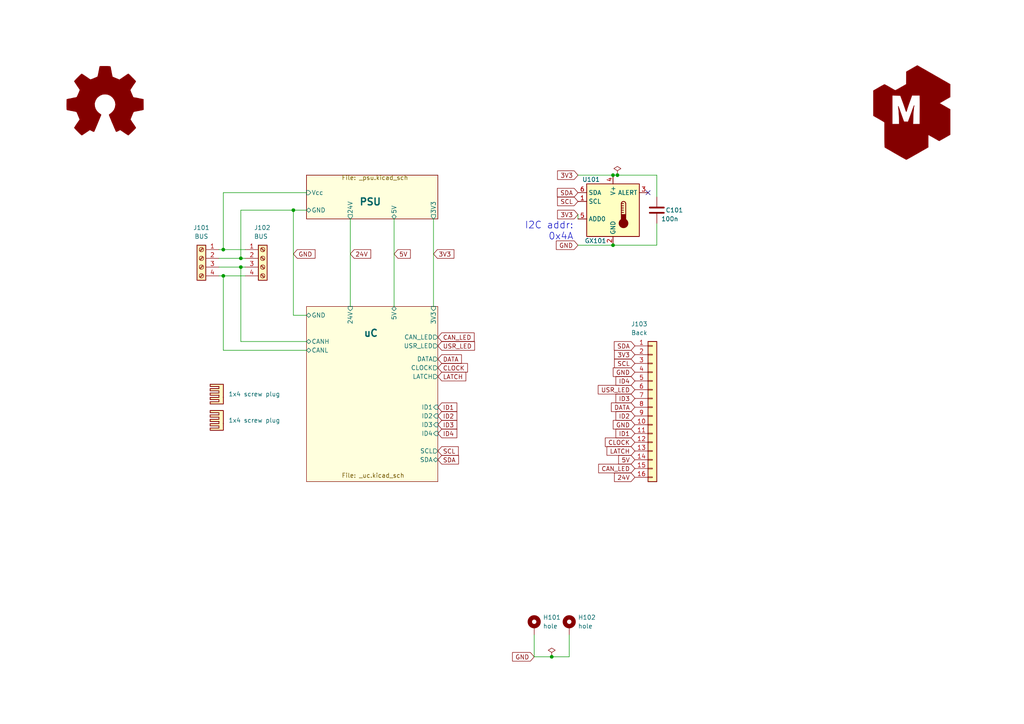
<source format=kicad_sch>
(kicad_sch (version 20211123) (generator eeschema)
  (paper "A4")
  (title_block (title "WormControl-Input32-ControlBoard") (date "2026-02-12") (rev "0.1") (company "makerspace.lt"))
  (lib_symbols
    (symbol "-local:LOGO_KMS" (pin_names (offset 1.016))
      (symbol "LOGO_KMS_0_0"
        (polyline (pts (xy 0.0117 -14.5438) (xy 0.1815 -14.4596) (xy 0.4733 -14.3044) (xy 0.8715 -14.0867) (xy 1.3602 -13.8153) (xy 1.924 -13.4987) (xy 2.5471 -13.1457) (xy 3.2139 -12.765) (xy 6.35 -10.9673) (xy 6.35 -9.1666) (xy 6.3501 -8.9706) (xy 6.3525 -8.4585) (xy 6.3574 -8.0174) (xy 6.3642 -7.6719) (xy 6.3725 -7.4466) (xy 6.382 -7.366) (xy 6.3931 -7.3705) (xy 6.5163 -7.4356) (xy 6.7572 -7.5687) (xy 7.0937 -7.7574) (xy 7.504 -7.9893) (xy 7.966 -8.2524) (xy 9.518 -9.1387) (xy 9.8784 -8.9373) (xy 9.9805 -8.8799) (xy 10.249 -8.728) (xy 10.6096 -8.5232) (xy 11.0278 -8.2852) (xy 11.4694 -8.0335) (xy 12.7 -7.331) (xy 12.7 0.0494) (xy 11.176 0.9196) (xy 11.0418 0.9963) (xy 10.5993 1.2512) (xy 10.2174 1.4738) (xy 9.9177 1.6515) (xy 9.722 1.7712) (xy 9.652 1.8203) (xy 9.6578 1.8264) (xy 9.7659 1.8969) (xy 9.9934 2.0344) (xy 10.3187 2.2262) (xy 10.7201 2.4593) (xy 11.176 2.721) (xy 12.7 3.5912) (xy 12.7 7.3263) (xy 8.3185 9.8382) (xy 7.6069 10.2461) (xy 6.8355 10.688) (xy 6.1113 11.1028) (xy 5.4483 11.4824) (xy 4.8609 11.8184) (xy 4.3634 12.1028) (xy 3.9699 12.3275) (xy 3.6948 12.4842) (xy 3.5523 12.5649) (xy 3.1677 12.7795) (xy 1.5789 11.8716) (xy -0.0098 10.9637) (xy -0.0424 7.3239) (xy -1.6087 6.4227) (xy -1.8975 6.2571) (xy -2.3649 5.9936) (xy -2.7164 5.8043) (xy -2.9709 5.68) (xy -3.1477 5.612) (xy -3.2658 5.5912) (xy -3.3444 5.6086) (xy -3.4618 5.6732) (xy -3.7025 5.8093) (xy -4.0377 6.0007) (xy -4.4409 6.2321) (xy -4.8855 6.4885) (xy -5.3221 6.7382) (xy -5.7113 6.9558) (xy -6.0282 7.1278) (xy -6.2482 7.2407) (xy -6.3467 7.2813) (xy -6.3645 7.2764) (xy -6.5062 7.2095) (xy -6.7636 7.0739) (xy -7.1139 6.8821) (xy -7.5342 6.6465) (xy -8.0018 6.3795) (xy -9.5674 5.4776) (xy -9.5674 4.0688) (xy -4.064 4.0688) (xy -1.7516 4.0216) (xy -1.1718 2.4553) (xy -1 1.9865) (xy -0.7964 1.4201) (xy -0.6059 0.8796) (xy -0.4442 0.409) (xy -0.3266 0.0527) (xy -0.2179 -0.2807) (xy -0.1159 -0.5429) (xy -0.0353 -0.6449) (xy 0.0378 -0.5883) (xy 0.1173 -0.3745) (xy 0.217 -0.005) (xy 0.2461 0.1011) (xy 0.3452 0.4246) (xy 0.4827 0.8444) (xy 0.6445 1.3178) (xy 0.8165 1.8022) (xy 0.8988 2.0297) (xy 1.0719 2.5096) (xy 1.232 2.9552) (xy 1.3642 3.325) (xy 1.4536 3.5771) (xy 1.6242 4.064) (xy 3.88 4.064) (xy 3.9085 3.0691) (xy 3.9135 2.811) (xy 3.9177 2.3699) (xy 3.9198 1.8095) (xy 3.9199 1.1571) (xy 3.9179 0.44) (xy 3.9139 -0.3146) (xy 3.908 -1.0795) (xy 3.879 -4.2334) (xy 1.9224 -4.2334) (xy 1.9748 -2.4342) (xy 1.9947 -1.8396) (xy 2.0364 -0.9704) (xy 2.0906 -0.2293) (xy 2.1593 0.4093) (xy 2.2446 0.971) (xy 2.262 1.0904) (xy 2.2529 1.171) (xy 2.1976 1.1001) (xy 2.0991 0.8842) (xy 1.9605 0.5295) (xy 1.7849 0.0423) (xy 1.7468 -0.0664) (xy 1.5718 -0.5599) (xy 1.3664 -1.1332) (xy 1.1532 -1.7235) (xy 0.9546 -2.2683) (xy 0.4799 -3.5629) (xy -0.1138 -3.5383) (xy -0.7074 -3.5137) (xy -0.9586 -2.8364) (xy -0.9612 -2.8292) (xy -1.0706 -2.529) (xy -1.2213 -2.1084) (xy -1.3998 -1.6058) (xy -1.5924 -1.0595) (xy -1.7856 -0.508) (xy -1.8442 -0.3408) (xy -2.0095 0.1196) (xy -2.1523 0.5018) (xy -2.2647 0.7852) (xy -2.3386 0.9493) (xy -2.3659 0.9736) (xy -2.3657 0.9477) (xy -2.3538 0.7623) (xy -2.3275 0.455) (xy -2.29 0.0619) (xy -2.2445 -0.381) (xy -2.2379 -0.4446) (xy -2.1912 -1.0068) (xy -2.1531 -1.6534) (xy -2.1273 -2.3095) (xy -2.1176 -2.8999) (xy -2.1167 -4.2334) (xy -4.064 -4.2334) (xy -4.064 4.0688) (xy -9.5674 4.0688) (xy -9.5674 -1.8386) (xy -8.1915 -2.6257) (xy -7.7716 -2.8672) (xy -7.3526 -3.111) (xy -6.9963 -3.3211) (xy -6.7308 -3.4809) (xy -6.5844 -3.5738) (xy -6.353 -3.7348) (xy -6.3529 -7.3454) (xy -6.3527 -7.7944) (xy -6.3506 -8.6376) (xy -6.346 -9.3299) (xy -6.3386 -9.8839) (xy -6.3279 -10.3121) (xy -6.3136 -10.6272) (xy -6.2954 -10.8417) (xy -6.2729 -10.9682) (xy -6.2456 -11.0192) (xy -6.2238 -11.0319) (xy -6.0739 -11.1186) (xy -5.8 -11.2769) (xy -5.4182 -11.4974) (xy -4.9445 -11.7709) (xy -4.3949 -12.0881) (xy -3.7856 -12.4397) (xy -3.1327 -12.8164) (xy -2.8568 -12.9754) (xy -2.2209 -13.34) (xy -1.6355 -13.6733) (xy -1.1165 -13.9663) (xy -0.6799 -14.2101) (xy -0.3417 -14.3958) (xy -0.1179 -14.5142) (xy -0.0246 -14.5566) (xy 0.0117 -14.5438)) (stroke (width 0.01)) (fill (type outline)))
      )
    )
    (symbol "Connector:Screw_Terminal_01x04" (pin_names (offset 1.016) hide)
      (property "Reference" "J" (at 0 5.08 0))
      (property "Value" "Screw_Terminal_01x04" (at 0 -7.62 0))
      (symbol "Screw_Terminal_01x04_1_1"
        (rectangle (start -1.27 3.81) (end 1.27 -6.35) (stroke (width 0.254)) (fill (type background)))
        (circle (center 0 -5.08) (radius 0.635) (stroke (width 0.1524)))
        (circle (center 0 -2.54) (radius 0.635) (stroke (width 0.1524)))
        (polyline (pts (xy -0.5334 -4.7498) (xy 0.3302 -5.588)) (stroke (width 0.1524)))
        (polyline (pts (xy -0.5334 -2.2098) (xy 0.3302 -3.048)) (stroke (width 0.1524)))
        (polyline (pts (xy -0.5334 0.3302) (xy 0.3302 -0.508)) (stroke (width 0.1524)))
        (polyline (pts (xy -0.5334 2.8702) (xy 0.3302 2.032)) (stroke (width 0.1524)))
        (polyline (pts (xy -0.3556 -4.572) (xy 0.508 -5.4102)) (stroke (width 0.1524)))
        (polyline (pts (xy -0.3556 -2.032) (xy 0.508 -2.8702)) (stroke (width 0.1524)))
        (polyline (pts (xy -0.3556 0.508) (xy 0.508 -0.3302)) (stroke (width 0.1524)))
        (polyline (pts (xy -0.3556 3.048) (xy 0.508 2.2098)) (stroke (width 0.1524)))
        (circle (center 0 0) (radius 0.635) (stroke (width 0.1524)))
        (circle (center 0 2.54) (radius 0.635) (stroke (width 0.1524)))
        (pin passive line (at -5.08 2.54 0) (length 3.81) (name "Pin_1") (number "1"))
        (pin passive line (at -5.08 0 0) (length 3.81) (name "Pin_2") (number "2"))
        (pin passive line (at -5.08 -2.54 0) (length 3.81) (name "Pin_3") (number "3"))
        (pin passive line (at -5.08 -5.08 0) (length 3.81) (name "Pin_4") (number "4"))
      )
    )
    (symbol "Connector_Generic:Conn_01x16" (pin_names (offset 1.016) hide)
      (property "Reference" "J" (at 0 20.32 0))
      (property "Value" "Conn_01x16" (at 0 -22.86 0))
      (symbol "Conn_01x16_1_1"
        (rectangle (start -1.27 -20.193) (end 0 -20.447) (stroke (width 0.1524)))
        (rectangle (start -1.27 -17.653) (end 0 -17.907) (stroke (width 0.1524)))
        (rectangle (start -1.27 -15.113) (end 0 -15.367) (stroke (width 0.1524)))
        (rectangle (start -1.27 -12.573) (end 0 -12.827) (stroke (width 0.1524)))
        (rectangle (start -1.27 -10.033) (end 0 -10.287) (stroke (width 0.1524)))
        (rectangle (start -1.27 -7.493) (end 0 -7.747) (stroke (width 0.1524)))
        (rectangle (start -1.27 -4.953) (end 0 -5.207) (stroke (width 0.1524)))
        (rectangle (start -1.27 -2.413) (end 0 -2.667) (stroke (width 0.1524)))
        (rectangle (start -1.27 0.127) (end 0 -0.127) (stroke (width 0.1524)))
        (rectangle (start -1.27 2.667) (end 0 2.413) (stroke (width 0.1524)))
        (rectangle (start -1.27 5.207) (end 0 4.953) (stroke (width 0.1524)))
        (rectangle (start -1.27 7.747) (end 0 7.493) (stroke (width 0.1524)))
        (rectangle (start -1.27 10.287) (end 0 10.033) (stroke (width 0.1524)))
        (rectangle (start -1.27 12.827) (end 0 12.573) (stroke (width 0.1524)))
        (rectangle (start -1.27 15.367) (end 0 15.113) (stroke (width 0.1524)))
        (rectangle (start -1.27 17.907) (end 0 17.653) (stroke (width 0.1524)))
        (rectangle (start -1.27 19.05) (end 1.27 -21.59) (stroke (width 0.254)) (fill (type background)))
        (pin passive line (at -5.08 17.78 0) (length 3.81) (name "Pin_1") (number "1"))
        (pin passive line (at -5.08 -5.08 0) (length 3.81) (name "Pin_10") (number "10"))
        (pin passive line (at -5.08 -7.62 0) (length 3.81) (name "Pin_11") (number "11"))
        (pin passive line (at -5.08 -10.16 0) (length 3.81) (name "Pin_12") (number "12"))
        (pin passive line (at -5.08 -12.7 0) (length 3.81) (name "Pin_13") (number "13"))
        (pin passive line (at -5.08 -15.24 0) (length 3.81) (name "Pin_14") (number "14"))
        (pin passive line (at -5.08 -17.78 0) (length 3.81) (name "Pin_15") (number "15"))
        (pin passive line (at -5.08 -20.32 0) (length 3.81) (name "Pin_16") (number "16"))
        (pin passive line (at -5.08 15.24 0) (length 3.81) (name "Pin_2") (number "2"))
        (pin passive line (at -5.08 12.7 0) (length 3.81) (name "Pin_3") (number "3"))
        (pin passive line (at -5.08 10.16 0) (length 3.81) (name "Pin_4") (number "4"))
        (pin passive line (at -5.08 7.62 0) (length 3.81) (name "Pin_5") (number "5"))
        (pin passive line (at -5.08 5.08 0) (length 3.81) (name "Pin_6") (number "6"))
        (pin passive line (at -5.08 2.54 0) (length 3.81) (name "Pin_7") (number "7"))
        (pin passive line (at -5.08 0 0) (length 3.81) (name "Pin_8") (number "8"))
        (pin passive line (at -5.08 -2.54 0) (length 3.81) (name "Pin_9") (number "9"))
      )
    )
    (symbol "Device:C" (pin_numbers hide) (pin_names (offset 0.254))
      (property "Reference" "C" (at 0.635 2.54 0))
      (property "Value" "C" (at 0.635 -2.54 0))
      (symbol "C_0_1"
        (polyline (pts (xy -2.032 -0.762) (xy 2.032 -0.762)) (stroke (width 0.508)))
        (polyline (pts (xy -2.032 0.762) (xy 2.032 0.762)) (stroke (width 0.508)))
      )
      (symbol "C_1_1"
        (pin passive line (at 0 3.81 270) (length 2.794) (name "~") (number "1"))
        (pin passive line (at 0 -3.81 90) (length 2.794) (name "~") (number "2"))
      )
    )
    (symbol "Graphic:Logo_Open_Hardware_Large" (pin_names (offset 1.016))
      (symbol "Logo_Open_Hardware_Large_1_1"
        (polyline (pts (xy 6.731 -8.7122) (xy 6.6294 -8.6614) (xy 6.35 -8.4836) (xy 5.9944 -8.255) (xy 5.5372 -7.9502) (xy 5.1054 -7.6454) (xy 4.7498 -7.4168) (xy 4.4958 -7.239) (xy 4.3942 -7.1882) (xy 4.318 -7.2136) (xy 4.1148 -7.3152) (xy 3.81 -7.4676) (xy 3.6322 -7.5692) (xy 3.3528 -7.6708) (xy 3.2258 -7.6962) (xy 3.2004 -7.6708) (xy 3.0988 -7.4676) (xy 2.9464 -7.0866) (xy 2.7178 -6.604) (xy 2.4892 -6.0452) (xy 2.2352 -5.4356) (xy 1.9558 -4.826) (xy 1.7272 -4.2164) (xy 1.4986 -3.683) (xy 1.3208 -3.2512) (xy 1.2192 -2.9464) (xy 1.1684 -2.8194) (xy 1.1938 -2.794) (xy 1.3208 -2.667) (xy 1.5748 -2.4892) (xy 2.0828 -2.0574) (xy 2.6162 -1.397) (xy 2.921 -0.6604) (xy 3.048 0.1524) (xy 2.9464 0.9144) (xy 2.6416 1.6256) (xy 2.1336 2.286) (xy 1.524 2.7686) (xy 0.8128 3.0734) (xy 0 3.175) (xy -0.762 3.0988) (xy -1.4986 2.794) (xy -2.159 2.286) (xy -2.4384 1.9812) (xy -2.8194 1.3208) (xy -3.048 0.6096) (xy -3.0734 0.4318) (xy -3.0226 -0.3556) (xy -2.794 -1.0922) (xy -2.3876 -1.7526) (xy -1.8288 -2.3114) (xy -1.7526 -2.3622) (xy -1.4732 -2.5654) (xy -1.2954 -2.6924) (xy -1.1684 -2.8194) (xy -2.159 -5.207) (xy -2.3114 -5.588) (xy -2.5908 -6.2484) (xy -2.8194 -6.8072) (xy -3.0226 -7.2644) (xy -3.1496 -7.5692) (xy -3.2258 -7.6708) (xy -3.2258 -7.6962) (xy -3.302 -7.6962) (xy -3.4798 -7.6454) (xy -3.8354 -7.4676) (xy -4.0386 -7.366) (xy -4.2926 -7.239) (xy -4.4196 -7.1882) (xy -4.5212 -7.239) (xy -4.7498 -7.3914) (xy -5.1054 -7.6454) (xy -5.5372 -7.9248) (xy -5.9436 -8.2042) (xy -6.3246 -8.4582) (xy -6.604 -8.636) (xy -6.731 -8.7122) (xy -6.7564 -8.7122) (xy -6.858 -8.636) (xy -7.0866 -8.4582) (xy -7.4168 -8.1534) (xy -7.874 -7.6962) (xy -7.9502 -7.62) (xy -8.3312 -7.239) (xy -8.636 -6.9088) (xy -8.8392 -6.6802) (xy -8.9154 -6.5786) (xy -8.9154 -6.5786) (xy -8.8392 -6.4516) (xy -8.6614 -6.1722) (xy -8.4328 -5.7912) (xy -8.128 -5.3594) (xy -7.3152 -4.191) (xy -7.7724 -3.0988) (xy -7.8994 -2.7686) (xy -8.0772 -2.3622) (xy -8.2042 -2.0828) (xy -8.255 -1.9558) (xy -8.382 -1.905) (xy -8.6614 -1.8542) (xy -9.0932 -1.7526) (xy -9.6266 -1.651) (xy -10.1092 -1.5748) (xy -10.541 -1.4732) (xy -10.8712 -1.4224) (xy -11.0236 -1.397) (xy -11.049 -1.3716) (xy -11.0744 -1.2954) (xy -11.0998 -1.143) (xy -11.0998 -0.889) (xy -11.1252 -0.4572) (xy -11.1252 0.1524) (xy -11.1252 0.2286) (xy -11.0998 0.8128) (xy -11.0998 1.27) (xy -11.0744 1.5494) (xy -11.0744 1.6764) (xy -11.0744 1.6764) (xy -10.922 1.7018) (xy -10.6172 1.778) (xy -10.16 1.8542) (xy -9.652 1.9558) (xy -9.6012 1.9812) (xy -9.0932 2.0828) (xy -8.636 2.159) (xy -8.3312 2.2352) (xy -8.2042 2.286) (xy -8.1788 2.3114) (xy -8.0772 2.5146) (xy -7.9248 2.8448) (xy -7.747 3.2512) (xy -7.5692 3.6576) (xy -7.4168 4.0386) (xy -7.3152 4.318) (xy -7.2898 4.445) (xy -7.2898 4.445) (xy -7.366 4.572) (xy -7.5438 4.826) (xy -7.7978 5.207) (xy -8.128 5.6642) (xy -8.128 5.6896) (xy -8.4328 6.1468) (xy -8.6868 6.5278) (xy -8.8392 6.7818) (xy -8.9154 6.9088) (xy -8.9154 6.9088) (xy -8.8138 7.0358) (xy -8.5852 7.2898) (xy -8.255 7.6454) (xy -7.874 8.0264) (xy -7.747 8.1534) (xy -7.3152 8.5852) (xy -7.0104 8.8646) (xy -6.8326 8.9916) (xy -6.731 9.0424) (xy -6.731 9.0424) (xy -6.604 8.9408) (xy -6.3246 8.763) (xy -5.9436 8.509) (xy -5.4864 8.2042) (xy -5.461 8.1788) (xy -5.0038 7.874) (xy -4.6482 7.62) (xy -4.3688 7.4422) (xy -4.2672 7.3914) (xy -4.2418 7.3914) (xy -4.064 7.4422) (xy -3.7338 7.5438) (xy -3.3528 7.6962) (xy -2.9464 7.874) (xy -2.5654 8.0264) (xy -2.286 8.1534) (xy -2.159 8.2296) (xy -2.159 8.2296) (xy -2.1082 8.382) (xy -2.032 8.7122) (xy -1.9304 9.1694) (xy -1.8288 9.7282) (xy -1.8034 9.8044) (xy -1.7018 10.3378) (xy -1.6256 10.7696) (xy -1.5748 11.0744) (xy -1.524 11.2014) (xy -1.4478 11.2268) (xy -1.1938 11.2522) (xy -0.8128 11.2522) (xy -0.3302 11.2522) (xy 0.1524 11.2522) (xy 0.6604 11.2522) (xy 1.0668 11.2268) (xy 1.3716 11.2014) (xy 1.4986 11.176) (xy 1.4986 11.176) (xy 1.5494 11.0236) (xy 1.6256 10.6934) (xy 1.7018 10.2108) (xy 1.8288 9.6774) (xy 1.8288 9.5758) (xy 1.9304 9.0424) (xy 2.032 8.6106) (xy 2.0828 8.3058) (xy 2.1336 8.2042) (xy 2.159 8.1788) (xy 2.3876 8.0772) (xy 2.7432 7.9248) (xy 3.175 7.747) (xy 4.191 7.3406) (xy 5.461 8.2042) (xy 5.5626 8.2804) (xy 6.0198 8.5852) (xy 6.3754 8.8392) (xy 6.6294 8.9916) (xy 6.7564 9.0424) (xy 6.7564 9.0424) (xy 6.8834 8.9408) (xy 7.1374 8.7122) (xy 7.4676 8.382) (xy 7.8486 7.9756) (xy 8.1534 7.6962) (xy 8.4836 7.3406) (xy 8.7122 7.112) (xy 8.8392 6.9596) (xy 8.8646 6.858) (xy 8.8646 6.8072) (xy 8.7884 6.6802) (xy 8.6106 6.4008) (xy 8.3312 6.0198) (xy 8.0264 5.588) (xy 7.7978 5.207) (xy 7.5184 4.8006) (xy 7.3406 4.4958) (xy 7.2898 4.3434) (xy 7.2898 4.2926) (xy 7.3914 4.0386) (xy 7.5184 3.683) (xy 7.7216 3.2258) (xy 8.1534 2.2352) (xy 8.7884 2.1082) (xy 9.1948 2.0574) (xy 9.7536 1.9304) (xy 10.2616 1.8288) (xy 11.0998 1.6764) (xy 11.1252 -1.3208) (xy 10.9982 -1.3716) (xy 10.8712 -1.397) (xy 10.5664 -1.4732) (xy 10.1346 -1.5494) (xy 9.6266 -1.651) (xy 9.1948 -1.7272) (xy 8.7376 -1.8288) (xy 8.4328 -1.8796) (xy 8.2804 -1.905) (xy 8.255 -1.9558) (xy 8.1534 -2.159) (xy 7.9756 -2.5146) (xy 7.8232 -2.921) (xy 7.6454 -3.3274) (xy 7.493 -3.7338) (xy 7.366 -4.0132) (xy 7.3406 -4.191) (xy 7.3914 -4.2926) (xy 7.5692 -4.5466) (xy 7.7978 -4.9276) (xy 8.1026 -5.3594) (xy 8.4074 -5.7912) (xy 8.6614 -6.1722) (xy 8.8138 -6.4262) (xy 8.89 -6.5532) (xy 8.8646 -6.6548) (xy 8.6868 -6.858) (xy 8.3566 -7.1882) (xy 7.874 -7.6708) (xy 7.7978 -7.747) (xy 7.3914 -8.128) (xy 7.0612 -8.4328) (xy 6.8326 -8.636) (xy 6.731 -8.7122)) (fill (type outline)))
      )
    )
    (symbol "Mechanical:Heatsink" (pin_names (offset 1.016))
      (property "Reference" "HS" (at 0 5.08 0))
      (property "Value" "Heatsink" (at 0 -1.27 0))
      (symbol "Heatsink_0_1"
        (polyline (pts (xy -0.3302 1.27) (xy -0.9652 1.27) (xy -0.9652 3.81) (xy -1.6002 3.81) (xy -1.6002 1.27) (xy -2.2352 1.27) (xy -2.2352 3.81) (xy -2.8702 3.81) (xy -2.8702 0) (xy -0.9652 0)) (stroke (width 0.254)) (fill (type background)))
        (polyline (pts (xy -0.3302 1.27) (xy -0.3302 3.81) (xy 0.3048 3.81) (xy 0.3048 1.27) (xy 0.9398 1.27) (xy 0.9398 3.81) (xy 1.5748 3.81) (xy 1.5748 1.27) (xy 2.2098 1.27) (xy 2.2098 3.81) (xy 2.8448 3.81) (xy 2.8448 0) (xy -0.9652 0)) (stroke (width 0.254)) (fill (type background)))
      )
    )
    (symbol "Mechanical:MountingHole_Pad" (pin_numbers hide) (pin_names (offset 1.016) hide)
      (property "Reference" "H" (at 0 6.35 0))
      (property "Value" "MountingHole_Pad" (at 0 4.445 0))
      (symbol "MountingHole_Pad_0_1"
        (circle (center 0 1.27) (radius 1.27) (stroke (width 1.27)))
      )
      (symbol "MountingHole_Pad_1_1"
        (pin input line (at 0 -2.54 90) (length 2.54) (name "1") (number "1"))
      )
    )
    (symbol "Sensor_Temperature:TMP101"
      (property "Reference" "U" (at -2.54 10.795 0))
      (property "Value" "TMP101" (at -2.54 8.89 0))
      (symbol "TMP101_0_1"
        (rectangle (start -7.62 7.62) (end 7.62 -7.62) (stroke (width 0.254)) (fill (type background)))
      )
      (symbol "TMP101_1_1"
        (polyline (pts (xy 2.413 -0.635) (xy 3.048 -0.635)) (stroke (width 0.254)))
        (polyline (pts (xy 2.413 0) (xy 3.048 0)) (stroke (width 0.254)))
        (polyline (pts (xy 2.413 0.635) (xy 3.048 0.635)) (stroke (width 0.254)))
        (polyline (pts (xy 2.413 1.27) (xy 3.048 1.27)) (stroke (width 0.254)))
        (polyline (pts (xy 2.413 1.905) (xy 2.413 -1.27)) (stroke (width 0.254)))
        (polyline (pts (xy 2.413 1.905) (xy 3.048 1.905)) (stroke (width 0.254)))
        (polyline (pts (xy 3.683 1.905) (xy 3.683 -1.27)) (stroke (width 0.254)))
        (circle (center 3.048 -3.81) (radius 1.27) (stroke (width 0.254)) (fill (type outline)))
        (rectangle (start 3.683 -3.175) (end 2.413 -1.27) (stroke (width 0.254)) (fill (type outline)))
        (arc (start 3.683 1.905) (mid 3.048 2.54) (end 2.413 1.905) (stroke (width 0.254)))
        (pin input line (at -10.16 2.54 0) (length 2.54) (name "SCL") (number "1"))
        (pin power_in line (at 0 -10.16 90) (length 2.54) (name "GND") (number "2"))
        (pin open_collector line (at 10.16 5.08 180) (length 2.54) (name "ALERT") (number "3"))
        (pin power_in line (at 0 10.16 270) (length 2.54) (name "V+") (number "4"))
        (pin input line (at -10.16 -2.54 0) (length 2.54) (name "ADD0") (number "5"))
        (pin bidirectional line (at -10.16 5.08 0) (length 2.54) (name "SDA") (number "6"))
      )
    )
    (symbol "power:PWR_FLAG" (power) (pin_numbers hide) (pin_names (offset 0) hide)
      (property "Value" "PWR_FLAG" (at 0 3.81 0))
      (symbol "PWR_FLAG_0_0"
        (pin power_out line (at 0 0 90) (length 0) (name "pwr") (number "1"))
      )
      (symbol "PWR_FLAG_0_1"
        (polyline (pts (xy 0 0) (xy 0 1.27) (xy -1.016 1.905) (xy 0 2.54) (xy 1.016 1.905) (xy 0 1.27)))
      )
    )
  )
  (junction (at 177.8 50.8))
  (junction (at 85.09 60.96))
  (junction (at 69.85 77.47))
  (junction (at 64.77 80.01))
  (junction (at 179.07 50.8))
  (junction (at 69.85 74.93))
  (junction (at 177.8 71.12))
  (junction (at 64.77 72.39))
  (junction (at 160.02 190.5))
  (no_connect (at 187.96 55.88))
  (wire (pts (xy 101.6 63.5) (xy 101.6 88.9)))
  (wire (pts (xy 69.85 74.93) (xy 63.5 74.93)))
  (wire (pts (xy 114.3 63.5) (xy 114.3 88.9)))
  (wire (pts (xy 88.9 101.6) (xy 64.77 101.6)))
  (wire (pts (xy 160.02 190.5) (xy 154.94 190.5)))
  (wire (pts (xy 71.12 74.93) (xy 69.85 74.93)))
  (wire (pts (xy 167.64 62.23) (xy 167.64 63.5)))
  (wire (pts (xy 88.9 99.06) (xy 69.85 99.06)))
  (wire (pts (xy 69.85 77.47) (xy 63.5 77.47)))
  (wire (pts (xy 69.85 60.96) (xy 69.85 74.93)))
  (wire (pts (xy 88.9 55.88) (xy 64.77 55.88)))
  (wire (pts (xy 165.1 184.15) (xy 165.1 190.5)))
  (wire (pts (xy 64.77 72.39) (xy 63.5 72.39)))
  (wire (pts (xy 64.77 80.01) (xy 63.5 80.01)))
  (wire (pts (xy 179.07 50.8) (xy 177.8 50.8)))
  (wire (pts (xy 85.09 60.96) (xy 69.85 60.96)))
  (wire (pts (xy 154.94 190.5) (xy 154.94 184.15)))
  (wire (pts (xy 64.77 55.88) (xy 64.77 72.39)))
  (wire (pts (xy 190.5 57.15) (xy 190.5 50.8)))
  (wire (pts (xy 160.02 190.5) (xy 165.1 190.5)))
  (wire (pts (xy 71.12 80.01) (xy 64.77 80.01)))
  (wire (pts (xy 190.5 50.8) (xy 179.07 50.8)))
  (wire (pts (xy 85.09 60.96) (xy 85.09 91.44)))
  (wire (pts (xy 71.12 72.39) (xy 64.77 72.39)))
  (wire (pts (xy 190.5 64.77) (xy 190.5 71.12)))
  (wire (pts (xy 177.8 71.12) (xy 167.64 71.12)))
  (wire (pts (xy 69.85 99.06) (xy 69.85 77.47)))
  (wire (pts (xy 167.64 50.8) (xy 177.8 50.8)))
  (wire (pts (xy 88.9 60.96) (xy 85.09 60.96)))
  (wire (pts (xy 88.9 91.44) (xy 85.09 91.44)))
  (wire (pts (xy 125.73 63.5) (xy 125.73 88.9)))
  (wire (pts (xy 190.5 71.12) (xy 177.8 71.12)))
  (wire (pts (xy 64.77 101.6) (xy 64.77 80.01)))
  (wire (pts (xy 71.12 77.47) (xy 69.85 77.47)))
  (text "I2C addr:\n0x4A" (at 166.37 69.85 180) (effects (font (size 2 2)) (justify right bottom)))
  (global_label "GND" (shape input) (at 167.64 71.12 180) (property "Intersheet References" "${INTERSHEET_REFS}" (effects hide)))
  (global_label "CLOCK" (shape input) (at 127 106.68 0) (property "Intersheet References" "${INTERSHEET_REFS}" (effects hide)))
  (global_label "CLOCK" (shape input) (at 184.15 128.27 180) (property "Intersheet References" "${INTERSHEET_REFS}" (effects hide)))
  (global_label "DATA" (shape input) (at 184.15 118.11 180) (property "Intersheet References" "${INTERSHEET_REFS}" (effects hide)))
  (global_label "SCL" (shape input) (at 184.15 105.41 180) (property "Intersheet References" "${INTERSHEET_REFS}" (effects hide)))
  (global_label "CAN_LED" (shape input) (at 127 97.79 0) (property "Intersheet References" "${INTERSHEET_REFS}" (effects hide)))
  (global_label "ID4" (shape input) (at 184.15 110.49 180) (property "Intersheet References" "${INTERSHEET_REFS}" (effects hide)))
  (global_label "ID4" (shape input) (at 127 125.73 0) (property "Intersheet References" "${INTERSHEET_REFS}" (effects hide)))
  (global_label "CAN_LED" (shape input) (at 184.15 135.89 180) (property "Intersheet References" "${INTERSHEET_REFS}" (effects hide)))
  (global_label "GND" (shape input) (at 184.15 107.95 180) (property "Intersheet References" "${INTERSHEET_REFS}" (effects hide)))
  (global_label "5V" (shape input) (at 114.3 73.66 0) (property "Intersheet References" "${INTERSHEET_REFS}" (effects hide)))
  (global_label "GND" (shape input) (at 154.94 190.5 180) (property "Intersheet References" "${INTERSHEET_REFS}" (effects hide)))
  (global_label "24V" (shape input) (at 184.15 138.43 180) (property "Intersheet References" "${INTERSHEET_REFS}" (effects hide)))
  (global_label "ID3" (shape input) (at 184.15 115.57 180) (property "Intersheet References" "${INTERSHEET_REFS}" (effects hide)))
  (global_label "3V3" (shape input) (at 125.73 73.66 0) (property "Intersheet References" "${INTERSHEET_REFS}" (effects hide)))
  (global_label "USR_LED" (shape input) (at 127 100.33 0) (property "Intersheet References" "${INTERSHEET_REFS}" (effects hide)))
  (global_label "ID1" (shape input) (at 184.15 125.73 180) (property "Intersheet References" "${INTERSHEET_REFS}" (effects hide)))
  (global_label "LATCH" (shape input) (at 184.15 130.81 180) (property "Intersheet References" "${INTERSHEET_REFS}" (effects hide)))
  (global_label "ID2" (shape input) (at 184.15 120.65 180) (property "Intersheet References" "${INTERSHEET_REFS}" (effects hide)))
  (global_label "3V3" (shape input) (at 184.15 102.87 180) (property "Intersheet References" "${INTERSHEET_REFS}" (effects hide)))
  (global_label "ID1" (shape input) (at 127 118.11 0) (property "Intersheet References" "${INTERSHEET_REFS}" (effects hide)))
  (global_label "SDA" (shape input) (at 184.15 100.33 180) (property "Intersheet References" "${INTERSHEET_REFS}" (effects hide)))
  (global_label "24V" (shape input) (at 101.6 73.66 0) (property "Intersheet References" "${INTERSHEET_REFS}" (effects hide)))
  (global_label "3V3" (shape input) (at 167.64 62.23 180) (property "Intersheet References" "${INTERSHEET_REFS}" (effects hide)))
  (global_label "3V3" (shape input) (at 167.64 50.8 180) (property "Intersheet References" "${INTERSHEET_REFS}" (effects hide)))
  (global_label "LATCH" (shape input) (at 127 109.22 0) (property "Intersheet References" "${INTERSHEET_REFS}" (effects hide)))
  (global_label "ID2" (shape input) (at 127 120.65 0) (property "Intersheet References" "${INTERSHEET_REFS}" (effects hide)))
  (global_label "SDA" (shape input) (at 167.64 55.88 180) (property "Intersheet References" "${INTERSHEET_REFS}" (effects hide)))
  (global_label "SCL" (shape input) (at 167.64 58.42 180) (property "Intersheet References" "${INTERSHEET_REFS}" (effects hide)))
  (global_label "SDA" (shape input) (at 127 133.35 0) (property "Intersheet References" "${INTERSHEET_REFS}" (effects hide)))
  (global_label "SCL" (shape input) (at 127 130.81 0) (property "Intersheet References" "${INTERSHEET_REFS}" (effects hide)))
  (global_label "5V" (shape input) (at 184.15 133.35 180) (property "Intersheet References" "${INTERSHEET_REFS}" (effects hide)))
  (global_label "USR_LED" (shape input) (at 184.15 113.03 180) (property "Intersheet References" "${INTERSHEET_REFS}" (effects hide)))
  (global_label "ID3" (shape input) (at 127 123.19 0) (property "Intersheet References" "${INTERSHEET_REFS}" (effects hide)))
  (global_label "GND" (shape input) (at 85.09 73.66 0) (property "Intersheet References" "${INTERSHEET_REFS}" (effects hide)))
  (global_label "DATA" (shape input) (at 127 104.14 0) (property "Intersheet References" "${INTERSHEET_REFS}" (effects hide)))
  (global_label "GND" (shape input) (at 184.15 123.19 180) (property "Intersheet References" "${INTERSHEET_REFS}" (effects hide)))
  (symbol (lib_id "Connector_Generic:Conn_01x16") (at 189.23 118.11 0) (unit 1)
    (property "Reference" "J103" (at 185.42 93.98 0))
    (property "Value" "Back" (at 185.42 96.52 0))
    (property "Footprint" "Connector_PinSocket_2.54mm:PinSocket_2x08_P2.54mm_Vertical_SMD" (effects hide))
    (property "Datasheet" "https://wmsc.lcsc.com/wmsc/upload/file/pdf/v2/lcsc/2306091018_HCTL-PM254-2-08-S-8-5_C3975153.pdf" (effects hide))
    (property "lcsc#" "C3975153" (effects hide))
    (property "jlc-part-type" "E" (effects hide))
  )
  (symbol (lib_id "Mechanical:Heatsink") (at 64.77 121.92 90) (unit 1) (on_board no)
    (property "Reference" "BOM102" (effects hide))
    (property "Value" "1x4 screw plug" (at 81.28 121.92 90) (effects (justify left)))
    (property "Datasheet" "https://www.lcsc.com/datasheet/lcsc_datasheet_2309070925_DEGSON-15EDGKN-3-5-04P-14-00A-H_C7603442.pdf" (effects hide))
    (property "jlc-part-type" "E" (effects hide))
    (property "lcsc#" "C7603442" (effects hide))
  )
  (symbol (lib_id "power:PWR_FLAG") (at 179.07 50.8 0) (unit 1)
    (property "Reference" "#FLG0102" (effects hide))
    (property "Value" "PWR_FLAG" (effects hide))
  )
  (symbol (lib_id "-local:LOGO_KMS") (at 262.89 31.75 0) (unit 1) (in_bom no)
    (property "Reference" "G102" (effects hide))
    (property "Value" "LOGO_KMS" (effects hide))
    (property "Footprint" "-local:logo_kms_small_silkscreen" (effects hide))
    (property "jlc-part-type" "-" (effects hide))
  )
  (symbol (lib_id "Sensor_Temperature:TMP101") (at 177.8 60.96 0) (unit 1)
    (property "Reference" "U101" (at 171.45 52.07 0))
    (property "Value" "GX101" (at 172.72 69.85 0))
    (property "Footprint" "Package_TO_SOT_SMD:SOT-23-6" (effects hide))
    (property "Datasheet" "https://www.lcsc.com/datasheet/lcsc_datasheet_2409280202_GXCAS-GX101S_C5441728.pdf" (effects hide))
    (property "jlc-part-type" "E" (effects hide))
    (property "lcsc#" "C5441728" (effects hide))
  )
  (symbol (lib_id "Connector:Screw_Terminal_01x04") (at 76.2 74.93 0) (unit 1)
    (property "Reference" "J102" (at 73.66 66.04 0) (effects (justify left)))
    (property "Value" "BUS" (at 73.66 68.58 0) (effects (justify left)))
    (property "Footprint" "-local:PhoenixContact_MCV_1,5_4-G-3.5_1x04_P3.50mm_Vertical" (effects hide))
    (property "Datasheet" "https://www.lcsc.com/datasheet/lcsc_datasheet_2304140030_Ningbo-Xinlaiya-Elec--XY2500V-F-3-5-4P_C880556.pdf" (effects hide))
    (property "jlc-part-type" "E" (effects hide))
    (property "lcsc#" "C880556" (effects hide))
  )
  (symbol (lib_id "Connector:Screw_Terminal_01x04") (at 58.42 74.93 0) (mirror y) (unit 1)
    (property "Reference" "J101" (at 58.42 66.04 0))
    (property "Value" "BUS" (at 58.42 68.58 0))
    (property "Footprint" "-local:PhoenixContact_MCV_1,5_4-G-3.5_1x04_P3.50mm_Vertical" (effects hide))
    (property "Datasheet" "https://www.lcsc.com/datasheet/lcsc_datasheet_2304140030_Ningbo-Xinlaiya-Elec--XY2500V-F-3-5-4P_C880556.pdf" (effects hide))
    (property "jlc-part-type" "E" (effects hide))
    (property "lcsc#" "C880556" (effects hide))
  )
  (symbol (lib_id "Graphic:Logo_Open_Hardware_Large") (at 30.48 30.48 0) (unit 1) (in_bom no)
    (property "Reference" "G101" (effects hide))
    (property "Value" "Logo_Open_Hardware_Large" (effects hide))
    (property "Footprint" "Symbol:OSHW-Symbol_6.7x6mm_SilkScreen" (effects hide))
    (property "jlc-part-type" "-" (effects hide))
  )
  (symbol (lib_id "power:PWR_FLAG") (at 160.02 190.5 0) (unit 1)
    (property "Reference" "#FLG0101" (effects hide))
    (property "Value" "PWR_FLAG" (effects hide))
  )
  (symbol (lib_id "Mechanical:Heatsink") (at 64.77 114.3 90) (unit 1) (on_board no)
    (property "Reference" "BOM101" (effects hide))
    (property "Value" "1x4 screw plug" (at 81.28 114.3 90) (effects (justify left)))
    (property "Datasheet" "https://www.lcsc.com/datasheet/lcsc_datasheet_2309070925_DEGSON-15EDGKN-3-5-04P-14-00A-H_C7603442.pdf" (effects hide))
    (property "jlc-part-type" "E" (effects hide))
    (property "lcsc#" "C7603442" (effects hide))
  )
  (symbol (lib_id "Device:C") (at 190.5 60.96 0) (unit 1)
    (property "Reference" "C101" (at 193.04 60.96 0) (effects (justify left)))
    (property "Value" "100n" (at 191.77 63.5 0) (effects (justify left)))
    (property "Footprint" "Capacitor_SMD:C_0805_2012Metric_Pad1.18x1.45mm_HandSolder" (effects hide))
    (property "Datasheet" "https://www.lcsc.com/datasheet/lcsc_datasheet_2304140030_Samsung-Electro-Mechanics-CL21B104KCFNNNE_C28233.pdf" (effects hide))
    (property "jlc-part-type" "B" (effects hide))
    (property "lcsc#" "C28233" (effects hide))
  )
  (symbol (lib_id "Mechanical:MountingHole_Pad") (at 154.94 181.61 0) (unit 1) (in_bom no)
    (property "Reference" "H101" (at 157.48 179.0699 0) (effects (justify left)))
    (property "Value" "hole" (at 157.48 181.6099 0) (effects (justify left)))
    (property "Footprint" "-local:MountingHole_3.2mm_M3_Pad_Via" (effects hide))
    (property "jlc-part-type" "-" (effects hide))
  )
  (symbol (lib_id "Mechanical:MountingHole_Pad") (at 165.1 181.61 0) (unit 1) (in_bom no)
    (property "Reference" "H102" (at 167.64 179.0699 0) (effects (justify left)))
    (property "Value" "hole" (at 167.64 181.6099 0) (effects (justify left)))
    (property "Footprint" "-local:MountingHole_3.2mm_M3_Pad_Via" (effects hide))
    (property "jlc-part-type" "-" (effects hide))
  )
  (sheet (at 88.9 50.8) (size 38.1 12.7) (stroke (width 0.2)) (fill (color 255 255 221 1.0000))
    (property "Sheet name" "PSU" (at 104.14 59.69 0) (effects (font (size 2 2) bold) (justify left bottom)))
    (property "Sheet file" "_psu.kicad_sch" (at 99.06 50.8 0) (effects (justify left top)))
    (pin "3V3" output (at 125.73 63.5 270))
    (pin "GND" bidirectional (at 88.9 60.96 180))
    (pin "24V" output (at 101.6 63.5 270))
    (pin "5V" bidirectional (at 114.3 63.5 270))
    (pin "Vcc" input (at 88.9 55.88 180))
  )
  (sheet (at 88.9 88.9) (size 38.1 50.8) (stroke (width 0.1524)) (fill (color 255 255 221 1.0000))
    (property "Sheet name" "uC" (at 105.41 97.79 0) (effects (font (size 2 2) bold) (justify left bottom)))
    (property "Sheet file" "_uc.kicad_sch" (at 99.06 137.16 0) (effects (justify left top)))
    (pin "GND" bidirectional (at 88.9 91.44 180))
    (pin "3V3" input (at 125.73 88.9 90))
    (pin "5V" bidirectional (at 114.3 88.9 90))
    (pin "SDA" bidirectional (at 127 133.35 0))
    (pin "SCL" output (at 127 130.81 0))
    (pin "CANH" bidirectional (at 88.9 99.06 180))
    (pin "CANL" bidirectional (at 88.9 101.6 180))
    (pin "ID4" input (at 127 125.73 0))
    (pin "DATA" output (at 127 104.14 0))
    (pin "ID3" input (at 127 123.19 0))
    (pin "CLOCK" output (at 127 106.68 0))
    (pin "LATCH" output (at 127 109.22 0))
    (pin "CAN_LED" output (at 127 97.79 0))
    (pin "ID1" input (at 127 118.11 0))
    (pin "ID2" input (at 127 120.65 0))
    (pin "24V" input (at 101.6 88.9 90))
    (pin "USR_LED" output (at 127 100.33 0))
  )
)
</source>
